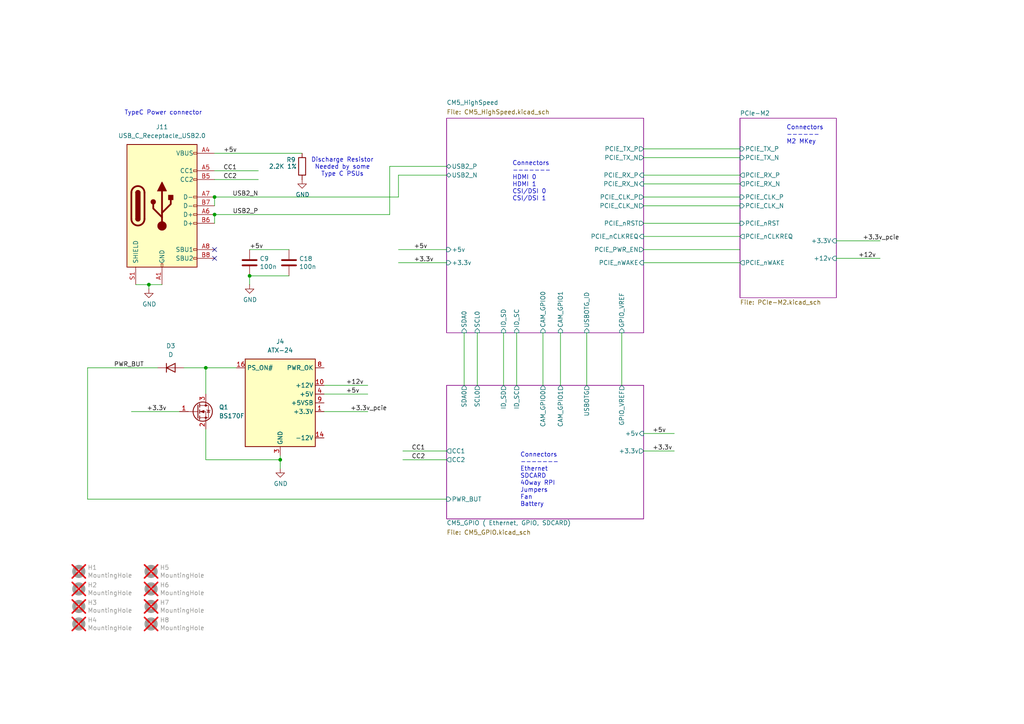
<source format=kicad_sch>
(kicad_sch (version 20231120) (generator "eeschema") (generator_version "8.0")
  (paper "A4")
  (title_block (title "Compute Module 5 IO Board - Top Level") (rev "1") (company "Copyright © 2024 Raspberry Pi Ltd.") (comment 1 "www.raspberrypi.com"))
  (lib_symbols
    (symbol "Connector:ATX-24"
      (property "Reference" "J" (at -8.89 13.97 0))
      (property "Value" "ATX-24" (at 6.35 13.97 0))
      (symbol "ATX-24_0_1"
        (rectangle (start -10.16 12.7) (end 10.16 -12.7) (stroke (width 0.254)) (fill (type background)))
      )
      (symbol "ATX-24_1_1"
        (pin power_out line (at 12.7 -2.54 180) (length 2.54) (name "+3.3V") (number "1"))
        (pin power_out line (at 12.7 5.08 180) (length 2.54) (name "+12V") (number "10"))
        (pin passive line (at 12.7 5.08 180) (length 2.54) hide (name "+12V") (number "11"))
        (pin passive line (at 12.7 -2.54 180) (length 2.54) hide (name "+3.3V") (number "12"))
        (pin passive line (at 12.7 -2.54 180) (length 2.54) hide (name "+3.3V") (number "13"))
        (pin power_out line (at 12.7 -10.16 180) (length 2.54) (name "-12V") (number "14"))
        (pin passive line (at 0 -15.24 90) (length 2.54) hide (name "GND") (number "15"))
        (pin open_collector line (at -12.7 10.16 0) (length 2.54) (name "PS_ON#") (number "16"))
        (pin passive line (at 0 -15.24 90) (length 2.54) hide (name "GND") (number "17"))
        (pin passive line (at 0 -15.24 90) (length 2.54) hide (name "GND") (number "18"))
        (pin passive line (at 0 -15.24 90) (length 2.54) hide (name "GND") (number "19"))
        (pin passive line (at 12.7 -2.54 180) (length 2.54) hide (name "+3.3V") (number "2"))
        (pin no_connect line (at -10.16 0 0) (length 2.54) hide (name "NC") (number "20"))
        (pin passive line (at 12.7 2.54 180) (length 2.54) hide (name "+5V") (number "21"))
        (pin passive line (at 12.7 2.54 180) (length 2.54) hide (name "+5V") (number "22"))
        (pin passive line (at 12.7 2.54 180) (length 2.54) hide (name "+5V") (number "23"))
        (pin passive line (at 0 -15.24 90) (length 2.54) hide (name "GND") (number "24"))
        (pin power_out line (at 0 -15.24 90) (length 2.54) (name "GND") (number "3"))
        (pin power_out line (at 12.7 2.54 180) (length 2.54) (name "+5V") (number "4"))
        (pin passive line (at 0 -15.24 90) (length 2.54) hide (name "GND") (number "5"))
        (pin passive line (at 12.7 2.54 180) (length 2.54) hide (name "+5V") (number "6"))
        (pin passive line (at 0 -15.24 90) (length 2.54) hide (name "GND") (number "7"))
        (pin output line (at 12.7 10.16 180) (length 2.54) (name "PWR_OK") (number "8"))
        (pin power_out line (at 12.7 0 180) (length 2.54) (name "+5VSB") (number "9"))
      )
    )
    (symbol "Connector:USB_C_Receptacle_USB2.0_16P" (pin_names (offset 1.016))
      (property "Reference" "J" (at 0 22.225 0))
      (property "Value" "USB_C_Receptacle_USB2.0_16P" (at 0 19.685 0))
      (symbol "USB_C_Receptacle_USB2.0_16P_0_0"
        (rectangle (start -0.254 -17.78) (end 0.254 -16.764))
        (rectangle (start 10.16 -14.986) (end 9.144 -15.494))
        (rectangle (start 10.16 -12.446) (end 9.144 -12.954))
        (rectangle (start 10.16 -4.826) (end 9.144 -5.334))
        (rectangle (start 10.16 -2.286) (end 9.144 -2.794))
        (rectangle (start 10.16 0.254) (end 9.144 -0.254))
        (rectangle (start 10.16 2.794) (end 9.144 2.286))
        (rectangle (start 10.16 7.874) (end 9.144 7.366))
        (rectangle (start 10.16 10.414) (end 9.144 9.906))
        (rectangle (start 10.16 15.494) (end 9.144 14.986))
      )
      (symbol "USB_C_Receptacle_USB2.0_16P_0_1"
        (rectangle (start -10.16 17.78) (end 10.16 -17.78) (stroke (width 0.254)) (fill (type background)))
        (arc (start -8.89 -3.81) (mid -6.985 -5.7067) (end -5.08 -3.81) (stroke (width 0.508)))
        (arc (start -7.62 -3.81) (mid -6.985 -4.4423) (end -6.35 -3.81) (stroke (width 0.254)))
        (arc (start -7.62 -3.81) (mid -6.985 -4.4423) (end -6.35 -3.81) (stroke (width 0.254)) (fill (type outline)))
        (rectangle (start -7.62 -3.81) (end -6.35 3.81) (stroke (width 0.254)) (fill (type outline)))
        (arc (start -6.35 3.81) (mid -6.985 4.4423) (end -7.62 3.81) (stroke (width 0.254)))
        (arc (start -6.35 3.81) (mid -6.985 4.4423) (end -7.62 3.81) (stroke (width 0.254)) (fill (type outline)))
        (arc (start -5.08 3.81) (mid -6.985 5.7067) (end -8.89 3.81) (stroke (width 0.508)))
        (circle (center -2.54 1.143) (radius 0.635) (stroke (width 0.254)) (fill (type outline)))
        (circle (center 0 -5.842) (radius 1.27) (fill (type outline)))
        (polyline (pts (xy -8.89 -3.81) (xy -8.89 3.81)) (stroke (width 0.508)))
        (polyline (pts (xy -5.08 3.81) (xy -5.08 -3.81)) (stroke (width 0.508)))
        (polyline (pts (xy 0 -5.842) (xy 0 4.318)) (stroke (width 0.508)))
        (polyline (pts (xy 0 -3.302) (xy -2.54 -0.762) (xy -2.54 0.508)) (stroke (width 0.508)))
        (polyline (pts (xy 0 -2.032) (xy 2.54 0.508) (xy 2.54 1.778)) (stroke (width 0.508)))
        (polyline (pts (xy -1.27 4.318) (xy 0 6.858) (xy 1.27 4.318) (xy -1.27 4.318)) (stroke (width 0.254)) (fill (type outline)))
        (rectangle (start 1.905 1.778) (end 3.175 3.048) (stroke (width 0.254)) (fill (type outline)))
      )
      (symbol "USB_C_Receptacle_USB2.0_16P_1_1"
        (pin passive line (at 0 -22.86 90) (length 5.08) (name "GND") (number "A1"))
        (pin passive line (at 0 -22.86 90) (length 5.08) hide (name "GND") (number "A12"))
        (pin passive line (at 15.24 15.24 180) (length 5.08) (name "VBUS") (number "A4"))
        (pin bidirectional line (at 15.24 10.16 180) (length 5.08) (name "CC1") (number "A5"))
        (pin bidirectional line (at 15.24 -2.54 180) (length 5.08) (name "D+") (number "A6"))
        (pin bidirectional line (at 15.24 2.54 180) (length 5.08) (name "D-") (number "A7"))
        (pin bidirectional line (at 15.24 -12.7 180) (length 5.08) (name "SBU1") (number "A8"))
        (pin passive line (at 15.24 15.24 180) (length 5.08) hide (name "VBUS") (number "A9"))
        (pin passive line (at 0 -22.86 90) (length 5.08) hide (name "GND") (number "B1"))
        (pin passive line (at 0 -22.86 90) (length 5.08) hide (name "GND") (number "B12"))
        (pin passive line (at 15.24 15.24 180) (length 5.08) hide (name "VBUS") (number "B4"))
        (pin bidirectional line (at 15.24 7.62 180) (length 5.08) (name "CC2") (number "B5"))
        (pin bidirectional line (at 15.24 -5.08 180) (length 5.08) (name "D+") (number "B6"))
        (pin bidirectional line (at 15.24 0 180) (length 5.08) (name "D-") (number "B7"))
        (pin bidirectional line (at 15.24 -15.24 180) (length 5.08) (name "SBU2") (number "B8"))
        (pin passive line (at 15.24 15.24 180) (length 5.08) hide (name "VBUS") (number "B9"))
        (pin passive line (at -7.62 -22.86 90) (length 5.08) (name "SHIELD") (number "S1"))
      )
    )
    (symbol "Device:C" (pin_numbers hide) (pin_names (offset 0.254))
      (property "Reference" "C" (at 0.635 2.54 0))
      (property "Value" "C" (at 0.635 -2.54 0))
      (symbol "C_0_1"
        (polyline (pts (xy -2.032 -0.762) (xy 2.032 -0.762)) (stroke (width 0.508)))
        (polyline (pts (xy -2.032 0.762) (xy 2.032 0.762)) (stroke (width 0.508)))
      )
      (symbol "C_1_1"
        (pin passive line (at 0 3.81 270) (length 2.794) (name "~") (number "1"))
        (pin passive line (at 0 -3.81 90) (length 2.794) (name "~") (number "2"))
      )
    )
    (symbol "Device:D" (pin_numbers hide) (pin_names (offset 1.016) hide)
      (property "Reference" "D" (at 0 2.54 0))
      (property "Value" "D" (at 0 -2.54 0))
      (symbol "D_0_1"
        (polyline (pts (xy -1.27 1.27) (xy -1.27 -1.27)) (stroke (width 0.254)))
        (polyline (pts (xy 1.27 0) (xy -1.27 0)))
        (polyline (pts (xy 1.27 1.27) (xy 1.27 -1.27) (xy -1.27 0) (xy 1.27 1.27)) (stroke (width 0.254)))
      )
      (symbol "D_1_1"
        (pin passive line (at -3.81 0 0) (length 2.54) (name "K") (number "1"))
        (pin passive line (at 3.81 0 180) (length 2.54) (name "A") (number "2"))
      )
    )
    (symbol "Device:R" (pin_numbers hide) (pin_names (offset 0))
      (property "Reference" "R" (at 2.032 0 90))
      (property "Value" "R" (at 0 0 90))
      (symbol "R_0_1"
        (rectangle (start -1.016 -2.54) (end 1.016 2.54) (stroke (width 0.254)))
      )
      (symbol "R_1_1"
        (pin passive line (at 0 3.81 270) (length 1.27) (name "~") (number "1"))
        (pin passive line (at 0 -3.81 90) (length 1.27) (name "~") (number "2"))
      )
    )
    (symbol "Mechanical:MountingHole" (pin_names (offset 1.016))
      (property "Reference" "H" (at 0 5.08 0))
      (property "Value" "MountingHole" (at 0 3.175 0))
      (symbol "MountingHole_0_1"
        (circle (center 0 0) (radius 1.27) (stroke (width 1.27)))
      )
    )
    (symbol "Transistor_FET:BS170F" (pin_names hide)
      (property "Reference" "Q" (at 5.08 1.905 0))
      (property "Value" "BS170F" (at 5.08 0 0))
      (symbol "BS170F_0_1"
        (polyline (pts (xy 0.254 0) (xy -2.54 0)))
        (polyline (pts (xy 0.254 1.905) (xy 0.254 -1.905)) (stroke (width 0.254)))
        (polyline (pts (xy 0.762 -1.27) (xy 0.762 -2.286)) (stroke (width 0.254)))
        (polyline (pts (xy 0.762 0.508) (xy 0.762 -0.508)) (stroke (width 0.254)))
        (polyline (pts (xy 0.762 2.286) (xy 0.762 1.27)) (stroke (width 0.254)))
        (polyline (pts (xy 2.54 2.54) (xy 2.54 1.778)))
        (polyline (pts (xy 2.54 -2.54) (xy 2.54 0) (xy 0.762 0)))
        (polyline (pts (xy 0.762 -1.778) (xy 3.302 -1.778) (xy 3.302 1.778) (xy 0.762 1.778)))
        (polyline (pts (xy 1.016 0) (xy 2.032 0.381) (xy 2.032 -0.381) (xy 1.016 0)) (fill (type outline)))
        (polyline (pts (xy 2.794 0.508) (xy 2.921 0.381) (xy 3.683 0.381) (xy 3.81 0.254)))
        (polyline (pts (xy 3.302 0.381) (xy 2.921 -0.254) (xy 3.683 -0.254) (xy 3.302 0.381)))
        (circle (center 1.651 0) (radius 2.794) (stroke (width 0.254)))
        (circle (center 2.54 -1.778) (radius 0.254) (fill (type outline)))
        (circle (center 2.54 1.778) (radius 0.254) (fill (type outline)))
      )
      (symbol "BS170F_1_1"
        (pin input line (at -5.08 0 0) (length 2.54) (name "G") (number "1"))
        (pin passive line (at 2.54 -5.08 90) (length 2.54) (name "S") (number "2"))
        (pin passive line (at 2.54 5.08 270) (length 2.54) (name "D") (number "3"))
      )
    )
    (symbol "power:GND" (power) (pin_numbers hide) (pin_names (offset 0) hide)
      (property "Value" "GND" (at 0 -3.81 0))
      (symbol "GND_0_1"
        (polyline (pts (xy 0 0) (xy 0 -1.27) (xy 1.27 -1.27) (xy 0 -2.54) (xy -1.27 -1.27) (xy 0 -1.27)))
      )
      (symbol "GND_1_1"
        (pin power_in line (at 0 0 270) (length 0) (name "~") (number "1"))
      )
    )
  )
  (junction (at 43.18 82.55))
  (junction (at 72.39 80.01))
  (junction (at 59.69 106.68))
  (junction (at 62.23 62.23))
  (junction (at 81.28 133.35))
  (junction (at 62.23 57.15))
  (no_connect (at 62.23 74.93))
  (no_connect (at 62.23 72.39))
  (wire (pts (xy 115.57 76.2) (xy 129.54 76.2)))
  (wire (pts (xy 186.69 130.81) (xy 195.58 130.81)))
  (wire (pts (xy 180.34 96.52) (xy 180.34 111.76)))
  (wire (pts (xy 113.03 48.26) (xy 129.54 48.26)))
  (wire (pts (xy 186.69 53.34) (xy 214.63 53.34)))
  (wire (pts (xy 53.34 106.68) (xy 59.69 106.68)))
  (wire (pts (xy 62.23 52.07) (xy 74.93 52.07)))
  (wire (pts (xy 186.69 68.58) (xy 214.63 68.58)))
  (wire (pts (xy 115.57 57.15) (xy 115.57 50.8)))
  (wire (pts (xy 38.1 119.38) (xy 52.07 119.38)))
  (wire (pts (xy 43.18 83.82) (xy 43.18 82.55)))
  (wire (pts (xy 242.57 74.93) (xy 255.27 74.93)))
  (wire (pts (xy 134.62 96.52) (xy 134.62 111.76)))
  (wire (pts (xy 186.69 43.18) (xy 214.63 43.18)))
  (wire (pts (xy 72.39 80.01) (xy 83.82 80.01)))
  (wire (pts (xy 81.28 133.35) (xy 81.28 135.89)))
  (wire (pts (xy 62.23 62.23) (xy 113.03 62.23)))
  (wire (pts (xy 149.86 96.52) (xy 149.86 111.76)))
  (wire (pts (xy 138.43 96.52) (xy 138.43 111.76)))
  (wire (pts (xy 116.84 133.35) (xy 129.54 133.35)))
  (wire (pts (xy 186.69 57.15) (xy 214.63 57.15)))
  (wire (pts (xy 157.48 96.52) (xy 157.48 111.76)))
  (wire (pts (xy 113.03 48.26) (xy 113.03 62.23)))
  (wire (pts (xy 81.28 132.08) (xy 81.28 133.35)))
  (wire (pts (xy 242.57 69.85) (xy 255.27 69.85)))
  (wire (pts (xy 162.56 96.52) (xy 162.56 111.76)))
  (wire (pts (xy 25.4 144.78) (xy 25.4 106.68)))
  (wire (pts (xy 186.69 50.8) (xy 214.63 50.8)))
  (wire (pts (xy 72.39 80.01) (xy 72.39 82.55)))
  (wire (pts (xy 170.18 96.52) (xy 170.18 111.76)))
  (wire (pts (xy 186.69 64.77) (xy 214.63 64.77)))
  (wire (pts (xy 62.23 44.45) (xy 87.63 44.45)))
  (wire (pts (xy 62.23 62.23) (xy 62.23 64.77)))
  (wire (pts (xy 72.39 72.39) (xy 83.82 72.39)))
  (wire (pts (xy 93.98 114.3) (xy 106.68 114.3)))
  (wire (pts (xy 59.69 114.3) (xy 59.69 106.68)))
  (wire (pts (xy 93.98 119.38) (xy 106.68 119.38)))
  (wire (pts (xy 186.69 72.39) (xy 214.63 72.39)))
  (wire (pts (xy 93.98 111.76) (xy 106.68 111.76)))
  (wire (pts (xy 43.18 82.55) (xy 46.99 82.55)))
  (wire (pts (xy 186.69 59.69) (xy 214.63 59.69)))
  (wire (pts (xy 39.37 82.55) (xy 43.18 82.55)))
  (wire (pts (xy 62.23 49.53) (xy 74.93 49.53)))
  (wire (pts (xy 146.05 96.52) (xy 146.05 111.76)))
  (wire (pts (xy 25.4 106.68) (xy 45.72 106.68)))
  (wire (pts (xy 186.69 125.73) (xy 195.58 125.73)))
  (wire (pts (xy 59.69 124.46) (xy 59.69 133.35)))
  (wire (pts (xy 62.23 57.15) (xy 62.23 59.69)))
  (wire (pts (xy 116.84 130.81) (xy 129.54 130.81)))
  (wire (pts (xy 115.57 72.39) (xy 129.54 72.39)))
  (wire (pts (xy 129.54 144.78) (xy 25.4 144.78)))
  (wire (pts (xy 115.57 50.8) (xy 129.54 50.8)))
  (wire (pts (xy 186.69 45.72) (xy 214.63 45.72)))
  (wire (pts (xy 62.23 57.15) (xy 115.57 57.15)))
  (wire (pts (xy 59.69 106.68) (xy 68.58 106.68)))
  (wire (pts (xy 59.69 133.35) (xy 81.28 133.35)))
  (wire (pts (xy 186.69 76.2) (xy 214.63 76.2)))
  (text "Connectors\n-------\nEthernet\nSDCARD\n40way RPI\nJumpers\nFan\nBattery" (at 150.876 147.066 0) (effects (font (size 1.27 1.27)) (justify left bottom)))
  (text "Connectors\n------\nM2 MKey" (at 228.092 41.91 0) (effects (font (size 1.27 1.27)) (justify left bottom)))
  (text "Discharge Resistor\nNeeded by some\nType C PSUs" (at 99.314 48.514 0) (effects (font (size 1.27 1.27))))
  (text "TypeC Power connector" (at 36.068 33.528 0) (effects (font (size 1.27 1.27)) (justify left bottom)))
  (text "Connectors\n-------\nHDMI 0\nHDMI 1\nCSI/DSI 0\nCSI/DSI 1" (at 148.59 58.42 0) (effects (font (size 1.27 1.27)) (justify left bottom)))
  (label "+5v" (at 72.39 72.39 0))
  (label "CC1" (at 119.38 130.81 0))
  (label "+3.3v" (at 42.545 119.38 0))
  (label "+12v" (at 100.33 111.76 0))
  (label "CC2" (at 119.38 133.35 0))
  (label "+3.3v_pcie" (at 101.6 119.38 0))
  (label "+5v" (at 189.23 125.73 0))
  (label "+5v" (at 120.015 72.39 0))
  (label "USB2_P" (at 74.93 62.23 180))
  (label "CC1" (at 64.77 49.53 0))
  (label "USB2_N" (at 74.93 57.15 180))
  (label "+3.3v" (at 189.23 130.81 0))
  (label "+3.3v" (at 120.015 76.2 0))
  (label "CC2" (at 64.77 52.07 0))
  (label "+5v" (at 64.77 44.45 0))
  (label "+3.3v_pcie" (at 250.19 69.85 0))
  (label "PWR_BUT" (at 33.02 106.68 0))
  (label "+5v" (at 100.33 114.3 0))
  (label "+12v" (at 248.92 74.93 0))
  (symbol (lib_id "Mechanical:MountingHole") (at 22.86 180.975 0) (unit 1) (exclude_from_sim yes) (in_bom no) (dnp yes)
    (property "Reference" "H4" (at 25.4 179.832 0) (effects (justify left)))
    (property "Value" "MountingHole" (at 25.4 182.118 0) (effects (justify left)))
    (property "Footprint" "CM5IO:MountingHole_2.7mm_M2.5_DIN965" (effects (hide yes)))
    (property "Field4" "nf" (effects (hide yes)))
    (property "Field5" "nf" (effects (hide yes)))
    (property "Field6" "nf" (effects (hide yes)))
    (property "Field7" "nf" (effects (hide yes)))
    (property "Part Description" "M2.5 mounting hole" (effects (hide yes)))
  )
  (symbol (lib_id "Mechanical:MountingHole") (at 22.86 175.895 0) (unit 1) (exclude_from_sim yes) (in_bom no) (dnp yes)
    (property "Reference" "H3" (at 25.4 174.752 0) (effects (justify left)))
    (property "Value" "MountingHole" (at 25.4 177.038 0) (effects (justify left)))
    (property "Footprint" "CM5IO:MountingHole_2.7mm_M2.5_DIN965" (effects (hide yes)))
    (property "Field4" "nf" (effects (hide yes)))
    (property "Field5" "nf" (effects (hide yes)))
    (property "Field6" "nf" (effects (hide yes)))
    (property "Field7" "nf" (effects (hide yes)))
    (property "Part Description" "M2.5 mounting hole" (effects (hide yes)))
  )
  (symbol (lib_id "Mechanical:MountingHole") (at 22.86 170.815 0) (unit 1) (exclude_from_sim yes) (in_bom no) (dnp yes)
    (property "Reference" "H2" (at 25.4 169.672 0) (effects (justify left)))
    (property "Value" "MountingHole" (at 25.4 171.958 0) (effects (justify left)))
    (property "Footprint" "CM5IO:MountingHole_2.7mm_M2.5_DIN965" (effects (hide yes)))
    (property "Field4" "nf" (effects (hide yes)))
    (property "Field5" "nf" (effects (hide yes)))
    (property "Field6" "nf" (effects (hide yes)))
    (property "Field7" "nf" (effects (hide yes)))
    (property "Part Description" "M2.5 mounting hole" (effects (hide yes)))
  )
  (symbol (lib_id "Mechanical:MountingHole") (at 22.86 165.735 0) (unit 1) (exclude_from_sim yes) (in_bom no) (dnp yes)
    (property "Reference" "H1" (at 25.4 164.592 0) (effects (justify left)))
    (property "Value" "MountingHole" (at 25.4 166.878 0) (effects (justify left)))
    (property "Footprint" "CM5IO:MountingHole_2.7mm_M2.5_DIN965" (effects (hide yes)))
    (property "Field4" "nf" (effects (hide yes)))
    (property "Field5" "nf" (effects (hide yes)))
    (property "Field6" "nf" (effects (hide yes)))
    (property "Field7" "nf" (effects (hide yes)))
    (property "Part Description" "M2.5 mounting hole" (effects (hide yes)))
  )
  (symbol (lib_id "Mechanical:MountingHole") (at 43.815 165.735 0) (unit 1) (exclude_from_sim yes) (in_bom no) (dnp yes)
    (property "Reference" "H5" (at 46.355 164.592 0) (effects (justify left)))
    (property "Value" "MountingHole" (at 46.355 166.878 0) (effects (justify left)))
    (property "Footprint" "CM5IO:MountingHole_2.7mm_M2.5_DIN965" (effects (hide yes)))
    (property "Field4" "nf" (effects (hide yes)))
    (property "Field5" "nf" (effects (hide yes)))
    (property "Field6" "nf" (effects (hide yes)))
    (property "Field7" "nf" (effects (hide yes)))
    (property "Part Description" "M2.5 mounting hole" (effects (hide yes)))
  )
  (symbol (lib_id "Mechanical:MountingHole") (at 43.815 180.975 0) (unit 1) (exclude_from_sim yes) (in_bom no) (dnp yes)
    (property "Reference" "H8" (at 46.355 179.832 0) (effects (justify left)))
    (property "Value" "MountingHole" (at 46.355 182.118 0) (effects (justify left)))
    (property "Footprint" "CM5IO:MountingHole_2.7mm_M2.5_DIN965" (effects (hide yes)))
    (property "Field4" "nf" (effects (hide yes)))
    (property "Field5" "nf" (effects (hide yes)))
    (property "Field6" "nf" (effects (hide yes)))
    (property "Field7" "nf" (effects (hide yes)))
    (property "Part Description" "M2.5 mounting hole" (effects (hide yes)))
  )
  (symbol (lib_id "Mechanical:MountingHole") (at 43.815 175.895 0) (unit 1) (exclude_from_sim yes) (in_bom no) (dnp yes)
    (property "Reference" "H7" (at 46.355 174.752 0) (effects (justify left)))
    (property "Value" "MountingHole" (at 46.355 177.038 0) (effects (justify left)))
    (property "Footprint" "CM5IO:MountingHole_2.7mm_M2.5_DIN965" (effects (hide yes)))
    (property "Field4" "nf" (effects (hide yes)))
    (property "Field5" "nf" (effects (hide yes)))
    (property "Field6" "nf" (effects (hide yes)))
    (property "Field7" "nf" (effects (hide yes)))
    (property "Part Description" "M2.5 mounting hole" (effects (hide yes)))
  )
  (symbol (lib_id "Mechanical:MountingHole") (at 43.815 170.815 0) (unit 1) (exclude_from_sim yes) (in_bom no) (dnp yes)
    (property "Reference" "H6" (at 46.355 169.672 0) (effects (justify left)))
    (property "Value" "MountingHole" (at 46.355 171.958 0) (effects (justify left)))
    (property "Footprint" "CM5IO:MountingHole_2.7mm_M2.5_DIN965" (effects (hide yes)))
    (property "Field4" "nf" (effects (hide yes)))
    (property "Field5" "nf" (effects (hide yes)))
    (property "Field6" "nf" (effects (hide yes)))
    (property "Field7" "nf" (effects (hide yes)))
    (property "Part Description" "M2.5 mounting hole" (effects (hide yes)))
  )
  (symbol (lib_id "power:GND") (at 87.63 52.07 0) (unit 1)
    (property "Reference" "#PWR031" (effects (hide yes)))
    (property "Value" "GND" (at 87.757 56.4642 0))
    (property "Description" "Power symbol creates a global label with name \"GND\" , ground" (effects (hide yes)))
  )
  (symbol (lib_id "Device:C") (at 83.82 76.2 0) (unit 1)
    (property "Reference" "C18" (at 86.741 75.0316 0) (effects (justify left)))
    (property "Value" "100n" (at 86.741 77.343 0) (effects (justify left)))
    (property "Footprint" "Capacitor_SMD:C_0402_1005Metric" (effects (hide yes)))
    (property "Datasheet" "https://search.murata.co.jp/Ceramy/image/img/A01X/G101/ENG/GRM155R71C104KA88-01.pdf" (effects (hide yes)))
    (property "Field4" "Farnell" (effects (hide yes)))
    (property "Field5" "2611911" (effects (hide yes)))
    (property "Field6" "RM EMK105 B7104KV-F" (effects (hide yes)))
    (property "Field7" "TAIYO YUDEN EUROPE GMBH" (effects (hide yes)))
    (property "Field8" "110091611" (effects (hide yes)))
    (property "Part Description" "	0.1uF 10% 16V Ceramic Capacitor X7R 0402 (1005 Metric)" (effects (hide yes)))
  )
  (symbol (lib_id "Connector:ATX-24") (at 81.28 116.84 0) (unit 1)
    (property "Reference" "J4" (at 81.28 99.06 0))
    (property "Value" "ATX-24" (at 81.28 101.6 0))
    (property "Datasheet" "https://www.intel.com/content/dam/www/public/us/en/documents/guides/power-supply-design-guide-june.pdf#page=33" (effects (hide yes)))
    (property "Description" "ATX Power supply 24pins" (effects (hide yes)))
  )
  (symbol (lib_id "Transistor_FET:BS170F") (at 57.15 119.38 0) (unit 1)
    (property "Reference" "Q1" (at 63.5 118.1099 0) (effects (justify left)))
    (property "Value" "BS170F" (at 63.5 120.6499 0) (effects (justify left)))
    (property "Footprint" "Package_TO_SOT_THT:TO-92L_Wide" (effects (hide yes)))
    (property "Datasheet" "http://www.diodes.com/assets/Datasheets/BS170F.pdf" (effects (hide yes)))
    (property "Description" "0.15A Id, 60V Vds, N-Channel MOSFET, SOT-23" (effects (hide yes)))
  )
  (symbol (lib_id "Device:D") (at 49.53 106.68 0) (unit 1)
    (property "Reference" "D3" (at 49.53 100.33 0))
    (property "Value" "D" (at 49.53 102.87 0))
    (property "Footprint" "Diode_SMD:D_0402_1005Metric" (effects (hide yes)))
    (property "Description" "Diode" (effects (hide yes)))
    (property "Sim.Device" "D" (effects (hide yes)))
    (property "Sim.Pins" "1=K 2=A" (effects (hide yes)))
  )
  (symbol (lib_id "Connector:USB_C_Receptacle_USB2.0_16P") (at 46.99 59.69 0) (unit 1)
    (property "Reference" "J11" (at 46.99 36.83 0))
    (property "Value" "USB_C_Receptacle_USB2.0" (at 46.99 39.37 0))
    (property "Footprint" "Connector_USB:USB_C_Receptacle_GCT_USB4105-xx-A_16P_TopMnt_Horizontal" (effects (hide yes)))
    (property "Datasheet" "https://www.usb.org/sites/default/files/documents/usb_type-c.zip" (effects (hide yes)))
    (property "Field5" "USBF31-0171" (effects (hide yes)))
    (property "Field6" "USBF31-0171" (effects (hide yes)))
    (property "Field7" "MTCONN" (effects (hide yes)))
    (property "Part Description" "USBC USB2 data and power connector" (effects (hide yes)))
  )
  (symbol (lib_id "power:GND") (at 81.28 135.89 0) (unit 1)
    (property "Reference" "#PWR08" (effects (hide yes)))
    (property "Value" "GND" (at 81.407 140.2842 0))
    (property "Description" "Power symbol creates a global label with name \"GND\" , ground" (effects (hide yes)))
  )
  (symbol (lib_id "Device:R") (at 87.63 48.26 0) (unit 1)
    (property "Reference" "R9" (at 83.058 46.355 0) (effects (justify left)))
    (property "Value" "2.2K 1%" (at 77.978 48.26 0) (effects (justify left)))
    (property "Footprint" "Resistor_SMD:R_0402_1005Metric" (effects (hide yes)))
    (property "Datasheet" "https://fscdn.rohm.com/en/products/databook/datasheet/passive/resistor/chip_resistor/mcr-e.pdf" (effects (hide yes)))
    (property "Field4" "Farnell" (effects (hide yes)))
    (property "Part Description" "Resistor 2.2K M1005 1% 63mW" (effects (hide yes)))
  )
  (symbol (lib_id "Device:C") (at 72.39 76.2 0) (unit 1)
    (property "Reference" "C9" (at 75.311 75.0316 0) (effects (justify left)))
    (property "Value" "100n" (at 75.311 77.343 0) (effects (justify left)))
    (property "Footprint" "Capacitor_SMD:C_0402_1005Metric" (effects (hide yes)))
    (property "Datasheet" "https://search.murata.co.jp/Ceramy/image/img/A01X/G101/ENG/GRM155R71C104KA88-01.pdf" (effects (hide yes)))
    (property "Field4" "Farnell" (effects (hide yes)))
    (property "Field5" "2611911" (effects (hide yes)))
    (property "Field6" "RM EMK105 B7104KV-F" (effects (hide yes)))
    (property "Field7" "TAIYO YUDEN EUROPE GMBH" (effects (hide yes)))
    (property "Field8" "110091611" (effects (hide yes)))
    (property "Part Description" "	0.1uF 10% 16V Ceramic Capacitor X7R 0402 (1005 Metric)" (effects (hide yes)))
  )
  (symbol (lib_id "power:GND") (at 43.18 83.82 0) (unit 1)
    (property "Reference" "#PWR02" (effects (hide yes)))
    (property "Value" "GND" (at 43.307 88.2142 0))
    (property "Description" "Power symbol creates a global label with name \"GND\" , ground" (effects (hide yes)))
  )
  (symbol (lib_id "power:GND") (at 72.39 82.55 0) (unit 1)
    (property "Reference" "#PWR013" (effects (hide yes)))
    (property "Value" "GND" (at 72.517 86.9442 0))
    (property "Description" "Power symbol creates a global label with name \"GND\" , ground" (effects (hide yes)))
  )
  (sheet (at 129.54 111.76) (size 57.15 38.735) (stroke (width 0.1524) (color 132 0 132 1)) (fill (color 255 255 255 0.0000))
    (property "Sheetname" "CM5_GPIO ( Ethernet, GPIO, SDCARD)" (at 129.54 152.4 0) (effects (justify left bottom)))
    (property "Sheetfile" "CM5_GPIO.kicad_sch" (at 129.54 153.67 0) (effects (justify left top)))
    (pin "ID_SC" output (at 149.86 111.76 90))
    (pin "ID_SD" output (at 146.05 111.76 90))
    (pin "SCL0" output (at 138.43 111.76 90))
    (pin "SDA0" output (at 134.62 111.76 90))
    (pin "+5v" input (at 186.69 125.73 0))
    (pin "+3.3v" output (at 186.69 130.81 0))
    (pin "GPIO_VREF" output (at 180.34 111.76 90))
    (pin "CAM_GPIO0" output (at 157.48 111.76 90))
    (pin "CAM_GPIO1" output (at 162.56 111.76 90))
    (pin "CC1" output (at 129.54 130.81 180))
    (pin "USBOTG" output (at 170.18 111.76 90))
    (pin "CC2" output (at 129.54 133.35 180))
    (pin "PWR_BUT" input (at 129.54 144.78 180))
  )
  (sheet (at 129.54 34.29) (size 57.15 62.23) (stroke (width 0.1524) (color 132 0 132 1)) (fill (color 255 255 255 0.0000))
    (property "Sheetname" "CM5_HighSpeed" (at 129.54 30.48 0) (effects (justify left bottom)))
    (property "Sheetfile" "CM5_HighSpeed.kicad_sch" (at 129.54 31.75 0) (effects (justify left top)))
    (pin "USB2_N" bidirectional (at 129.54 50.8 180))
    (pin "USB2_P" bidirectional (at 129.54 48.26 180))
    (pin "ID_SC" input (at 149.86 96.52 270))
    (pin "ID_SD" input (at 146.05 96.52 270))
    (pin "SCL0" input (at 138.43 96.52 270))
    (pin "SDA0" input (at 134.62 96.52 270))
    (pin "+5v" input (at 129.54 72.39 180))
    (pin "PCIE_CLK_P" output (at 186.69 57.15 0))
    (pin "PCIE_CLK_N" output (at 186.69 59.69 0))
    (pin "PCIE_TX_P" output (at 186.69 43.18 0))
    (pin "PCIE_TX_N" output (at 186.69 45.72 0))
    (pin "PCIE_nRST" output (at 186.69 64.77 0))
    (pin "PCIE_RX_P" input (at 186.69 50.8 0))
    (pin "PCIE_RX_N" input (at 186.69 53.34 0))
    (pin "PCIE_nCLKREQ" input (at 186.69 68.58 0))
    (pin "+3.3v" input (at 129.54 76.2 180))
    (pin "USBOTG_ID" input (at 170.18 96.52 270))
    (pin "GPIO_VREF" input (at 180.34 96.52 270))
    (pin "PCIE_PWR_EN" output (at 186.69 72.39 0))
    (pin "PCIE_nWAKE" input (at 186.69 76.2 0))
    (pin "CAM_GPIO0" input (at 157.48 96.52 270))
    (pin "CAM_GPIO1" input (at 162.56 96.52 270))
  )
  (sheet (at 214.63 34.29) (size 27.94 52.07) (stroke (width 0.152) (color 132 0 132 1)) (fill (color 255 255 255 0.0000))
    (property "Sheetname" "PCIe-M2" (at 214.63 33.5786 0) (effects (justify left bottom)))
    (property "Sheetfile" "PCIe-M2.kicad_sch" (at 214.63 86.9444 0) (effects (justify left top)))
    (pin "PCIE_CLK_P" input (at 214.63 57.15 180))
    (pin "PCIE_CLK_N" input (at 214.63 59.69 180))
    (pin "PCIE_TX_P" input (at 214.63 43.18 180))
    (pin "PCIE_TX_N" input (at 214.63 45.72 180))
    (pin "PCIE_nCLKREQ" output (at 214.63 68.58 180))
    (pin "PCIE_nRST" input (at 214.63 64.77 180))
    (pin "PCIE_RX_P" output (at 214.63 50.8 180))
    (pin "PCIE_RX_N" output (at 214.63 53.34 180))
    (pin "PCIE_nWAKE" output (at 214.63 76.2 180))
    (pin "+12v" input (at 242.57 74.93 0))
    (pin "+3.3V" input (at 242.57 69.85 0))
  )
)
</source>
